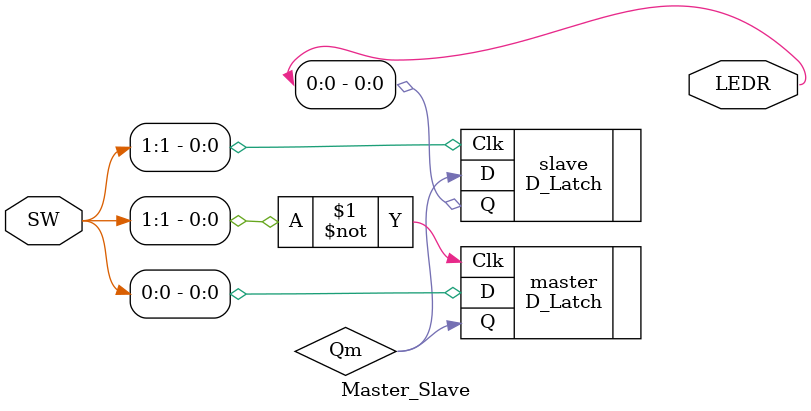
<source format=v>
module Master_Slave(SW, LEDR);
	input [1:0] SW;
	output [9:0] LEDR;
	
	wire Qm;
	//Create master giving it the D input and the inverted Clk input
	D_Latch master(.D(SW[0]),
						.Clk(~SW[1]),
						.Q(Qm)
	);
	//Create the slave giving it the Q from the master and the Clk input and sending that output to LEDR[0]
	D_Latch slave(.D(Qm),
						.Clk(SW[1]),
						.Q(LEDR[0])
	);
	
endmodule
</source>
